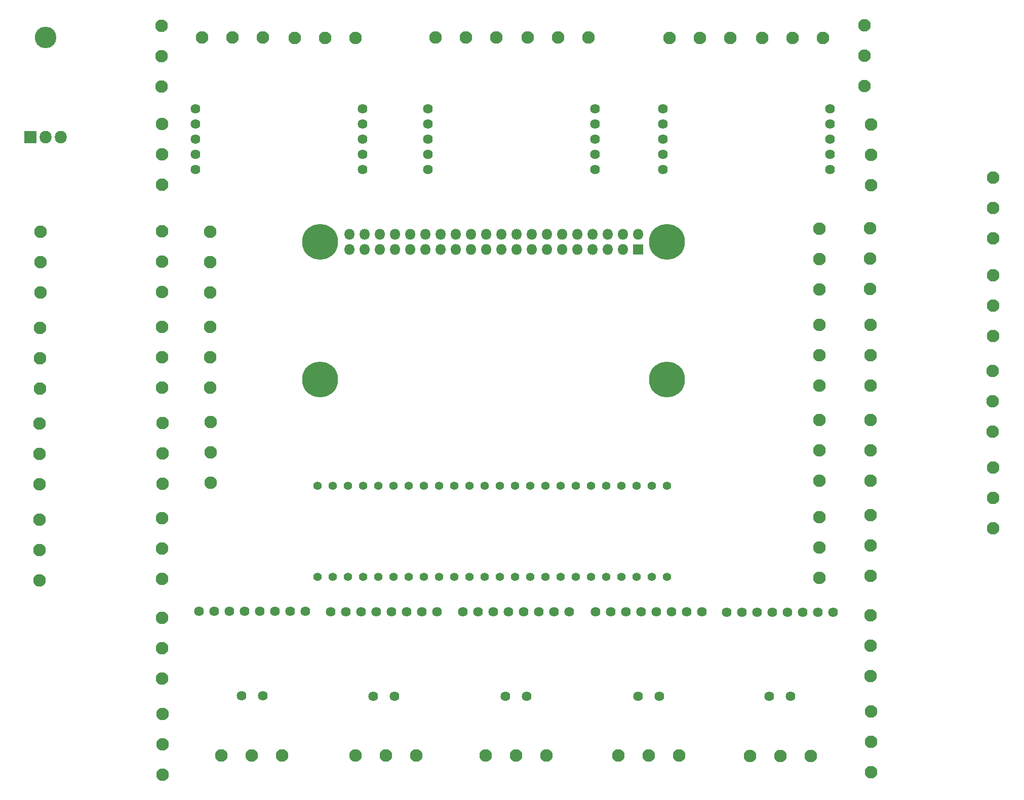
<source format=gbr>
G04 #@! TF.GenerationSoftware,KiCad,Pcbnew,(5.1.6)-1*
G04 #@! TF.CreationDate,2020-11-29T20:56:03-05:00*
G04 #@! TF.ProjectId,CaelusPCB,4361656c-7573-4504-9342-2e6b69636164,rev?*
G04 #@! TF.SameCoordinates,Original*
G04 #@! TF.FileFunction,Soldermask,Bot*
G04 #@! TF.FilePolarity,Negative*
%FSLAX46Y46*%
G04 Gerber Fmt 4.6, Leading zero omitted, Abs format (unit mm)*
G04 Created by KiCad (PCBNEW (5.1.6)-1) date 2020-11-29 20:56:03*
%MOMM*%
%LPD*%
G01*
G04 APERTURE LIST*
%ADD10C,1.422400*%
%ADD11C,2.101600*%
%ADD12C,1.625600*%
%ADD13O,1.801600X1.801600*%
%ADD14R,1.801600X1.801600*%
%ADD15C,6.000000*%
%ADD16O,3.601600X3.601600*%
%ADD17R,2.006600X2.101600*%
%ADD18O,2.006600X2.101600*%
G04 APERTURE END LIST*
D10*
X182910000Y-142120000D03*
X180370000Y-142120000D03*
X177830000Y-142120000D03*
X175290000Y-142120000D03*
X172750000Y-142120000D03*
X170210000Y-142120000D03*
X167670000Y-142120000D03*
X165130000Y-142120000D03*
X162590000Y-142120000D03*
X160050000Y-142120000D03*
X157510000Y-142120000D03*
X154970000Y-142120000D03*
X152430000Y-142120000D03*
X149890000Y-142120000D03*
X147350000Y-142120000D03*
X144810000Y-142120000D03*
X142270000Y-142120000D03*
X139730000Y-142120000D03*
X137190000Y-142120000D03*
X134650000Y-142120000D03*
X132110000Y-142120000D03*
X129570000Y-142120000D03*
X127030000Y-142120000D03*
X124490000Y-142120000D03*
X182910000Y-126880000D03*
X180370000Y-126880000D03*
X177830000Y-126880000D03*
X175290000Y-126880000D03*
X172750000Y-126880000D03*
X170210000Y-126880000D03*
X167670000Y-126880000D03*
X165130000Y-126880000D03*
X162590000Y-126880000D03*
X160050000Y-126880000D03*
X157510000Y-126880000D03*
X154970000Y-126880000D03*
X152430000Y-126880000D03*
X149890000Y-126880000D03*
X147350000Y-126880000D03*
X144810000Y-126880000D03*
X142270000Y-126880000D03*
X139730000Y-126880000D03*
X137190000Y-126880000D03*
X134650000Y-126880000D03*
X132110000Y-126880000D03*
X129570000Y-126880000D03*
X127030000Y-126880000D03*
X124490000Y-126880000D03*
D11*
X237440000Y-75320000D03*
X237440000Y-80400000D03*
X237440000Y-85480000D03*
D12*
X181633000Y-162072000D03*
X178077000Y-162072000D03*
X170965000Y-147975000D03*
X173505000Y-147975000D03*
X176045000Y-147975000D03*
X178585000Y-147975000D03*
X181125000Y-147975000D03*
X183665000Y-147975000D03*
X186205000Y-147975000D03*
X188745000Y-147975000D03*
D13*
X172970000Y-84785000D03*
X175510000Y-87325000D03*
X160270000Y-87325000D03*
X160270000Y-84785000D03*
X175510000Y-84785000D03*
X172970000Y-87325000D03*
X178050000Y-84785000D03*
D14*
X178050000Y-87325000D03*
D13*
X150110000Y-87325000D03*
X150110000Y-84785000D03*
X165350000Y-87325000D03*
X165350000Y-84785000D03*
X145030000Y-87325000D03*
X145030000Y-84785000D03*
X162810000Y-87325000D03*
X162810000Y-84785000D03*
X167890000Y-87325000D03*
X167890000Y-84785000D03*
X155190000Y-87325000D03*
X155190000Y-84785000D03*
X132330000Y-87325000D03*
X132330000Y-84785000D03*
X137410000Y-87325000D03*
X137410000Y-84785000D03*
X134870000Y-87325000D03*
X134870000Y-84785000D03*
X157730000Y-87325000D03*
X157730000Y-84785000D03*
X139950000Y-87325000D03*
X139950000Y-84785000D03*
X170430000Y-87325000D03*
X170430000Y-84785000D03*
X142490000Y-87325000D03*
X142490000Y-84785000D03*
X152650000Y-87325000D03*
X152650000Y-84785000D03*
X147570000Y-87325000D03*
X147570000Y-84785000D03*
X129790000Y-87325000D03*
X129790000Y-84785000D03*
D15*
X182920000Y-86055000D03*
X124920000Y-109055000D03*
X182920000Y-109055000D03*
X124920000Y-86055000D03*
D11*
X208365000Y-94035000D03*
X208365000Y-88955000D03*
X208365000Y-83875000D03*
X216890000Y-110085000D03*
X216890000Y-105005000D03*
X216890000Y-99925000D03*
X216815000Y-83750000D03*
X216815000Y-88830000D03*
X216815000Y-93910000D03*
D12*
X144425000Y-147955000D03*
X141885000Y-147955000D03*
X139345000Y-147955000D03*
X136805000Y-147955000D03*
X134265000Y-147955000D03*
X131725000Y-147955000D03*
X129185000Y-147955000D03*
X126645000Y-147955000D03*
X133757000Y-162052000D03*
X137313000Y-162052000D03*
D11*
X140955000Y-171975000D03*
X135875000Y-171975000D03*
X130795000Y-171975000D03*
D16*
X79000000Y-51840000D03*
D17*
X76460000Y-68500000D03*
D18*
X79000000Y-68500000D03*
X81540000Y-68500000D03*
D11*
X98350000Y-60080000D03*
X98350000Y-55000000D03*
X98350000Y-49920000D03*
X98450000Y-66370000D03*
X98450000Y-71450000D03*
X98450000Y-76530000D03*
X98475000Y-159105000D03*
X98475000Y-154025000D03*
X98475000Y-148945000D03*
X98600000Y-165045000D03*
X98600000Y-170125000D03*
X98600000Y-175205000D03*
X78125000Y-94530000D03*
X78125000Y-89450000D03*
X78125000Y-84370000D03*
X78075000Y-100420000D03*
X78075000Y-105500000D03*
X78075000Y-110580000D03*
X77975000Y-126580000D03*
X77975000Y-121500000D03*
X77975000Y-116420000D03*
X78025000Y-142680000D03*
X78025000Y-137600000D03*
X78025000Y-132520000D03*
D12*
X159413000Y-162082000D03*
X155857000Y-162082000D03*
X148745000Y-147985000D03*
X151285000Y-147985000D03*
X153825000Y-147985000D03*
X156365000Y-147985000D03*
X158905000Y-147985000D03*
X161445000Y-147985000D03*
X163985000Y-147985000D03*
X166525000Y-147985000D03*
D11*
X152595000Y-171975000D03*
X157675000Y-171975000D03*
X162755000Y-171975000D03*
X215925000Y-49820000D03*
X215925000Y-54900000D03*
X215925000Y-59980000D03*
X216975000Y-76555000D03*
X216975000Y-71475000D03*
X216975000Y-66395000D03*
X216960000Y-158740000D03*
X216960000Y-153660000D03*
X216960000Y-148580000D03*
X217000000Y-164600000D03*
X217000000Y-169680000D03*
X217000000Y-174760000D03*
X237450000Y-101840000D03*
X237450000Y-96760000D03*
X237450000Y-91680000D03*
X237310000Y-107670000D03*
X237310000Y-112750000D03*
X237310000Y-117830000D03*
X237370000Y-133970000D03*
X237370000Y-128890000D03*
X237370000Y-123810000D03*
D12*
X210675000Y-148015000D03*
X208135000Y-148015000D03*
X205595000Y-148015000D03*
X203055000Y-148015000D03*
X200515000Y-148015000D03*
X197975000Y-148015000D03*
X195435000Y-148015000D03*
X192895000Y-148015000D03*
X200007000Y-162112000D03*
X203563000Y-162112000D03*
D11*
X196795000Y-172075000D03*
X201875000Y-172075000D03*
X206955000Y-172075000D03*
X174795000Y-172025000D03*
X179875000Y-172025000D03*
X184955000Y-172025000D03*
D12*
X122395000Y-147895000D03*
X119855000Y-147895000D03*
X117315000Y-147895000D03*
X114775000Y-147895000D03*
X112235000Y-147895000D03*
X109695000Y-147895000D03*
X107155000Y-147895000D03*
X104615000Y-147895000D03*
X111727000Y-161992000D03*
X115283000Y-161992000D03*
D11*
X108395000Y-171975000D03*
X113475000Y-171975000D03*
X118555000Y-171975000D03*
X154330000Y-51890000D03*
X149250000Y-51890000D03*
X144170000Y-51890000D03*
D12*
X142940000Y-66310000D03*
X142940000Y-68850000D03*
X142940000Y-71390000D03*
X142930000Y-73930000D03*
X142940000Y-63770000D03*
X170880000Y-63770000D03*
X170880000Y-66310000D03*
X170880000Y-68850000D03*
X170880000Y-71390000D03*
X170880000Y-73930000D03*
D11*
X159570000Y-51890000D03*
X164650000Y-51890000D03*
X169730000Y-51890000D03*
X98450000Y-84320000D03*
X98450000Y-89400000D03*
X98450000Y-94480000D03*
X98475000Y-110480000D03*
X98475000Y-105400000D03*
X98475000Y-100320000D03*
X98475000Y-132270000D03*
X98475000Y-137350000D03*
X98475000Y-142430000D03*
X98525000Y-126530000D03*
X98525000Y-121450000D03*
X98525000Y-116370000D03*
X106550000Y-110480000D03*
X106550000Y-105400000D03*
X106550000Y-100320000D03*
X106550000Y-84395000D03*
X106550000Y-89475000D03*
X106550000Y-94555000D03*
X106600000Y-116220000D03*
X106600000Y-121300000D03*
X106600000Y-126380000D03*
X208340000Y-142235000D03*
X208340000Y-137155000D03*
X208340000Y-132075000D03*
X193480000Y-51900000D03*
X188400000Y-51900000D03*
X183320000Y-51900000D03*
D12*
X210130000Y-73930000D03*
X210130000Y-71390000D03*
X210130000Y-68850000D03*
X210130000Y-66310000D03*
X210130000Y-63770000D03*
X182190000Y-63770000D03*
X182180000Y-73930000D03*
X182190000Y-71390000D03*
X182190000Y-68850000D03*
X182190000Y-66310000D03*
D11*
X198820000Y-51900000D03*
X203900000Y-51900000D03*
X208980000Y-51900000D03*
X216940000Y-115900000D03*
X216940000Y-120980000D03*
X216940000Y-126060000D03*
X216915000Y-141910000D03*
X216915000Y-136830000D03*
X216915000Y-131750000D03*
X208365000Y-115900000D03*
X208365000Y-120980000D03*
X208365000Y-126060000D03*
X208340000Y-99900000D03*
X208340000Y-104980000D03*
X208340000Y-110060000D03*
X115330000Y-51890000D03*
X110250000Y-51890000D03*
X105170000Y-51890000D03*
D12*
X104070000Y-66340000D03*
X104070000Y-68880000D03*
X104070000Y-71420000D03*
X104060000Y-73960000D03*
X104070000Y-63800000D03*
X132010000Y-63800000D03*
X132010000Y-66340000D03*
X132010000Y-68880000D03*
X132010000Y-71420000D03*
X132010000Y-73960000D03*
D11*
X120650000Y-51930000D03*
X125730000Y-51930000D03*
X130810000Y-51930000D03*
M02*

</source>
